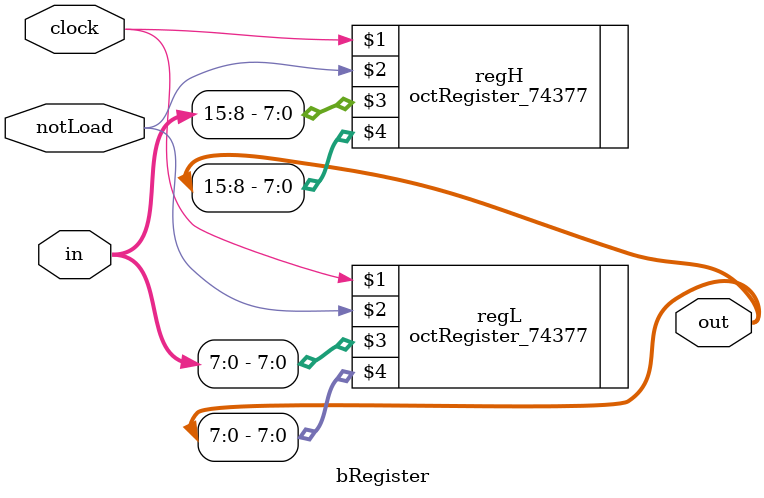
<source format=v>
`ifndef _BREG_INCLUDED_
`define _BREG_INCLUDED_

`include "../74xxx/octRegister_74377.v"

module bRegister(clock, notLoad, in, out);
	input clock, notLoad;
	input [15:0] in;
	wire [15:0] in;
	
	output [15:0] out;
	wire [15:0] out;
	
	octRegister_74377 regH(clock, notLoad, in[15:8], out[15:8]);
	octRegister_74377 regL(clock, notLoad, in[7:0], out[7:0]);

endmodule

`endif

</source>
